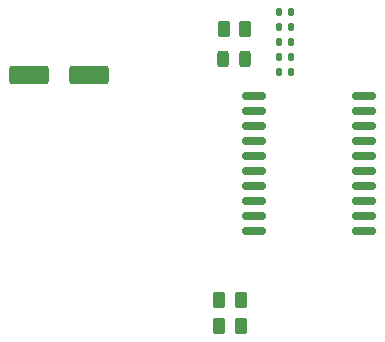
<source format=gbr>
%TF.GenerationSoftware,KiCad,Pcbnew,6.0.1*%
%TF.CreationDate,2022-02-27T14:03:46-05:00*%
%TF.ProjectId,jetta-dash,6a657474-612d-4646-9173-682e6b696361,rev?*%
%TF.SameCoordinates,Original*%
%TF.FileFunction,Paste,Bot*%
%TF.FilePolarity,Positive*%
%FSLAX46Y46*%
G04 Gerber Fmt 4.6, Leading zero omitted, Abs format (unit mm)*
G04 Created by KiCad (PCBNEW 6.0.1) date 2022-02-27 14:03:46*
%MOMM*%
%LPD*%
G01*
G04 APERTURE LIST*
G04 Aperture macros list*
%AMRoundRect*
0 Rectangle with rounded corners*
0 $1 Rounding radius*
0 $2 $3 $4 $5 $6 $7 $8 $9 X,Y pos of 4 corners*
0 Add a 4 corners polygon primitive as box body*
4,1,4,$2,$3,$4,$5,$6,$7,$8,$9,$2,$3,0*
0 Add four circle primitives for the rounded corners*
1,1,$1+$1,$2,$3*
1,1,$1+$1,$4,$5*
1,1,$1+$1,$6,$7*
1,1,$1+$1,$8,$9*
0 Add four rect primitives between the rounded corners*
20,1,$1+$1,$2,$3,$4,$5,0*
20,1,$1+$1,$4,$5,$6,$7,0*
20,1,$1+$1,$6,$7,$8,$9,0*
20,1,$1+$1,$8,$9,$2,$3,0*%
G04 Aperture macros list end*
%ADD10RoundRect,0.250000X-0.262500X-0.450000X0.262500X-0.450000X0.262500X0.450000X-0.262500X0.450000X0*%
%ADD11RoundRect,0.243750X-0.243750X-0.456250X0.243750X-0.456250X0.243750X0.456250X-0.243750X0.456250X0*%
%ADD12RoundRect,0.135000X-0.135000X-0.185000X0.135000X-0.185000X0.135000X0.185000X-0.135000X0.185000X0*%
%ADD13RoundRect,0.150000X0.875000X0.150000X-0.875000X0.150000X-0.875000X-0.150000X0.875000X-0.150000X0*%
%ADD14RoundRect,0.250000X-1.412500X-0.550000X1.412500X-0.550000X1.412500X0.550000X-1.412500X0.550000X0*%
G04 APERTURE END LIST*
D10*
%TO.C,R30*%
X158472500Y-100330000D03*
X160297500Y-100330000D03*
%TD*%
D11*
%TO.C,D30*%
X158447500Y-102870000D03*
X160322500Y-102870000D03*
%TD*%
D12*
%TO.C,R4*%
X163193000Y-102743000D03*
X164213000Y-102743000D03*
%TD*%
%TO.C,R2*%
X163193000Y-100203000D03*
X164213000Y-100203000D03*
%TD*%
%TO.C,R3*%
X163193000Y-101473000D03*
X164213000Y-101473000D03*
%TD*%
%TO.C,R1*%
X163193000Y-98933000D03*
X164213000Y-98933000D03*
%TD*%
%TO.C,R5*%
X163193000Y-104013000D03*
X164213000Y-104013000D03*
%TD*%
D13*
%TO.C,U1*%
X170385000Y-106045000D03*
X170385000Y-107315000D03*
X170385000Y-108585000D03*
X170385000Y-109855000D03*
X170385000Y-111125000D03*
X170385000Y-112395000D03*
X170385000Y-113665000D03*
X170385000Y-114935000D03*
X170385000Y-116205000D03*
X170385000Y-117475000D03*
X161085000Y-117475000D03*
X161085000Y-116205000D03*
X161085000Y-114935000D03*
X161085000Y-113665000D03*
X161085000Y-112395000D03*
X161085000Y-111125000D03*
X161085000Y-109855000D03*
X161085000Y-108585000D03*
X161085000Y-107315000D03*
X161085000Y-106045000D03*
%TD*%
D10*
%TO.C,R23*%
X158091500Y-123317000D03*
X159916500Y-123317000D03*
%TD*%
%TO.C,R24*%
X158091500Y-125476000D03*
X159916500Y-125476000D03*
%TD*%
D14*
%TO.C,C10*%
X141988500Y-104267000D03*
X147063500Y-104267000D03*
%TD*%
M02*

</source>
